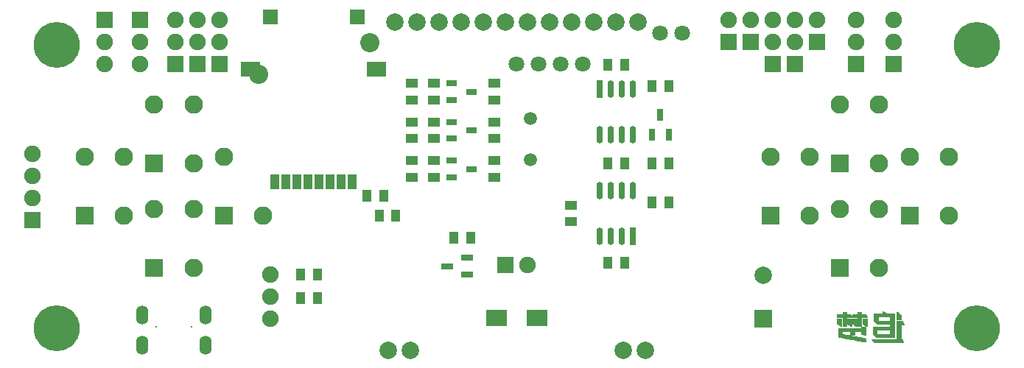
<source format=gbs>
G04*
G04 #@! TF.GenerationSoftware,Altium Limited,Altium Designer,21.9.1 (22)*
G04*
G04 Layer_Color=16711935*
%FSLAX25Y25*%
%MOIN*%
G70*
G04*
G04 #@! TF.SameCoordinates,41BA0B49-DCAA-4547-B712-30F71D3BADEB*
G04*
G04*
G04 #@! TF.FilePolarity,Negative*
G04*
G01*
G75*
%ADD18R,0.04300X0.05800*%
%ADD19C,0.08280*%
%ADD21C,0.07887*%
%ADD22R,0.07887X0.07887*%
%ADD23C,0.20800*%
%ADD24C,0.07493*%
%ADD25R,0.07493X0.07493*%
%ADD26C,0.05918*%
%ADD27R,0.08280X0.08280*%
%ADD28C,0.00800*%
%ADD29O,0.05524X0.08674*%
%ADD67C,0.00200*%
%ADD68R,0.02965X0.07887*%
%ADD69O,0.02965X0.07887*%
%ADD70R,0.02769X0.05524*%
%ADD71R,0.09461X0.07690*%
%ADD72R,0.04737X0.02572*%
%ADD73R,0.05800X0.04300*%
%ADD74R,0.08674X0.06706*%
%ADD75R,0.03950X0.06706*%
%ADD76C,0.08674*%
%ADD77R,0.07099X0.07099*%
%ADD78R,0.05524X0.02769*%
%ADD79C,0.07099*%
D18*
X92260Y18858D02*
D03*
X99740D02*
D03*
X258740Y114961D02*
D03*
X251259D02*
D03*
X231260Y34961D02*
D03*
X238740D02*
D03*
X92260Y29645D02*
D03*
X99740D02*
D03*
X258740Y79961D02*
D03*
X251259D02*
D03*
X238740Y124764D02*
D03*
X231260D02*
D03*
X258740Y62460D02*
D03*
X251260D02*
D03*
X129740Y65460D02*
D03*
X122260D02*
D03*
X127760Y56461D02*
D03*
X135240Y56461D02*
D03*
X231260Y79960D02*
D03*
X238740D02*
D03*
X161614Y46339D02*
D03*
X169094D02*
D03*
D19*
X12244Y56260D02*
D03*
Y83031D02*
D03*
X-5472D02*
D03*
X43740Y79882D02*
D03*
Y106654D02*
D03*
X26024D02*
D03*
X75236Y56260D02*
D03*
X57520Y83031D02*
D03*
X322480Y56260D02*
D03*
Y83031D02*
D03*
X304764D02*
D03*
X353976Y79882D02*
D03*
Y106654D02*
D03*
X336260D02*
D03*
X385472Y56260D02*
D03*
Y83031D02*
D03*
X367756D02*
D03*
X43740Y32638D02*
D03*
Y59409D02*
D03*
X26024D02*
D03*
X353976Y32638D02*
D03*
Y59409D02*
D03*
X336260D02*
D03*
D21*
X238337Y-4761D02*
D03*
X248337D02*
D03*
X141802D02*
D03*
X131802D02*
D03*
X134991Y143861D02*
D03*
X144991D02*
D03*
X154991D02*
D03*
X164991D02*
D03*
X174991D02*
D03*
X184991D02*
D03*
X194991D02*
D03*
X204991D02*
D03*
X214991D02*
D03*
X224991D02*
D03*
X234991D02*
D03*
X244991D02*
D03*
X301417Y29488D02*
D03*
D22*
Y9803D02*
D03*
D23*
X-18268Y133819D02*
D03*
X398268Y5472D02*
D03*
X-18268D02*
D03*
X398268Y133819D02*
D03*
D24*
X326000Y144961D02*
D03*
X316000Y144871D02*
D03*
Y134871D02*
D03*
X306000Y144871D02*
D03*
Y134871D02*
D03*
X296000Y144961D02*
D03*
X286000D02*
D03*
X360664Y144871D02*
D03*
Y134871D02*
D03*
X343532Y144871D02*
D03*
Y134871D02*
D03*
X55496Y144871D02*
D03*
Y134871D02*
D03*
X45496Y144871D02*
D03*
Y134871D02*
D03*
X35496Y144871D02*
D03*
Y134871D02*
D03*
X19528Y125000D02*
D03*
Y135000D02*
D03*
X3662Y124936D02*
D03*
Y134936D02*
D03*
X78583Y19646D02*
D03*
Y9646D02*
D03*
Y29646D02*
D03*
X195000Y33858D02*
D03*
X-29000Y84331D02*
D03*
Y74331D02*
D03*
Y64331D02*
D03*
D25*
X326000Y134961D02*
D03*
X316000Y124871D02*
D03*
X306000D02*
D03*
X296000Y134961D02*
D03*
X286000D02*
D03*
X360664Y124871D02*
D03*
X343532D02*
D03*
X55496D02*
D03*
X45496D02*
D03*
X35496D02*
D03*
X19528Y145000D02*
D03*
X3662Y144936D02*
D03*
X185000Y33858D02*
D03*
X-29000Y54331D02*
D03*
D26*
X196332Y100460D02*
D03*
Y81562D02*
D03*
D27*
X-5472Y56260D02*
D03*
X26024Y79882D02*
D03*
X57520Y56260D02*
D03*
X304764D02*
D03*
X336260Y79882D02*
D03*
X367756Y56260D02*
D03*
X26024Y32638D02*
D03*
X336260D02*
D03*
D28*
X42756Y6142D02*
D03*
X27008D02*
D03*
D29*
X20709Y-2402D02*
D03*
X49055D02*
D03*
Y11260D02*
D03*
X20709D02*
D03*
D67*
X352402Y7800D02*
X360802D01*
X351602Y-1000D02*
X364802D01*
X347202Y-800D02*
X348002D01*
X351402D02*
X364802D01*
X346002Y-600D02*
X348002D01*
X351402D02*
X364802D01*
X345002Y-400D02*
X348002D01*
X351202D02*
X364602D01*
X343802Y-200D02*
X348002D01*
X351002D02*
X364602D01*
X342802Y0D02*
X348002D01*
X351002D02*
X364402D01*
X341602Y200D02*
X348002D01*
X350802D02*
X364402D01*
X340602Y400D02*
X348002D01*
X350602D02*
X364202D01*
X339402Y600D02*
X348002D01*
X362002D02*
X364002D01*
X338402Y800D02*
X348002D01*
X362002D02*
X364002D01*
X337202Y1000D02*
X347202D01*
X362002D02*
X363802D01*
X336202Y1200D02*
X346002D01*
X362002D02*
X363802D01*
X335402Y1400D02*
X345002D01*
X352602D02*
X360802D01*
X362002D02*
X363802D01*
X335402Y1600D02*
X343802D01*
X352402D02*
X360802D01*
X362002D02*
X363802D01*
X335402Y1800D02*
X342802D01*
X352202D02*
X360802D01*
X362002D02*
X363802D01*
X335402Y2000D02*
X341602D01*
X352002D02*
X360802D01*
X362002D02*
X363802D01*
X335402Y2200D02*
X340402D01*
X341802D02*
X342802D01*
X347402D02*
X347802D01*
X351802D02*
X360802D01*
X362002D02*
X363802D01*
X335402Y2400D02*
X339402D01*
X340802D02*
X342802D01*
X346802D02*
X347802D01*
X351602D02*
X360802D01*
X362002D02*
X363802D01*
X335402Y2600D02*
X338202D01*
X340802D02*
X342802D01*
X346402D02*
X347802D01*
X351402D02*
X360802D01*
X362002D02*
X363802D01*
X335402Y2800D02*
X337202D01*
X340802D02*
X342802D01*
X345802D02*
X347802D01*
X351202D02*
X360802D01*
X362002D02*
X363802D01*
X335402Y3000D02*
X337202D01*
X340802D02*
X342802D01*
X345802D02*
X347802D01*
X351202D02*
X353002D01*
X359002D02*
X360802D01*
X362002D02*
X363802D01*
X335402Y3200D02*
X337202D01*
X340802D02*
X342802D01*
X345802D02*
X347802D01*
X351202D02*
X353002D01*
X359002D02*
X360802D01*
X362002D02*
X363802D01*
X335402Y3400D02*
X337202D01*
X340802D02*
X342802D01*
X345802D02*
X347802D01*
X351202D02*
X353002D01*
X359002D02*
X360802D01*
X362002D02*
X363802D01*
X335402Y3600D02*
X337202D01*
X340802D02*
X342802D01*
X345802D02*
X347802D01*
X351202D02*
X353002D01*
X359002D02*
X360802D01*
X362002D02*
X363802D01*
X335402Y3800D02*
X337202D01*
X345802D02*
X347802D01*
X351202D02*
X353002D01*
X359002D02*
X360802D01*
X362002D02*
X363802D01*
X335402Y4000D02*
X347802D01*
X351202D02*
X353002D01*
X359002D02*
X360802D01*
X362002D02*
X363802D01*
X335402Y4200D02*
X347802D01*
X351202D02*
X353002D01*
X359002D02*
X360802D01*
X362002D02*
X363802D01*
X335402Y4400D02*
X347802D01*
X351202D02*
X353002D01*
X359002D02*
X360802D01*
X362002D02*
X363802D01*
X335402Y4600D02*
X347802D01*
X351202D02*
X360802D01*
X362002D02*
X363802D01*
X335402Y4800D02*
X347802D01*
X351202D02*
X360802D01*
X362002D02*
X363802D01*
X335402Y5000D02*
X347802D01*
X351202D02*
X360802D01*
X362002D02*
X363802D01*
X335402Y5200D02*
X347802D01*
X351202D02*
X360802D01*
X362002D02*
X363802D01*
X335402Y5400D02*
X347802D01*
X351202D02*
X360802D01*
X362002D02*
X363802D01*
X345802Y5600D02*
X347802D01*
X351202D02*
X360802D01*
X362002D02*
X363802D01*
X345802Y5800D02*
X347802D01*
X351202D02*
X360802D01*
X362002D02*
X363802D01*
X345802Y6000D02*
X347802D01*
X351202D02*
X360802D01*
X362002D02*
X363802D01*
X336602Y6200D02*
X336802D01*
X341202D02*
X341402D01*
X343602D02*
X343802D01*
X348202D02*
X348402D01*
X359002D02*
X360802D01*
X362002D02*
X363802D01*
X336402Y6400D02*
X336802D01*
X337402D02*
X339202D01*
X341002D02*
X341402D01*
X343202D02*
X343802D01*
X344202D02*
X346002D01*
X347802D02*
X348402D01*
X359002D02*
X360802D01*
X362002D02*
X363802D01*
X336002Y6600D02*
X336802D01*
X337402D02*
X339202D01*
X340602D02*
X341402D01*
X343002D02*
X343802D01*
X344202D02*
X346002D01*
X347602D02*
X348402D01*
X359002D02*
X360802D01*
X362002D02*
X363802D01*
X335802Y6800D02*
X336802D01*
X337402D02*
X339202D01*
X340402D02*
X341402D01*
X342602D02*
X343802D01*
X344202D02*
X346002D01*
X347202D02*
X348402D01*
X359002D02*
X360802D01*
X362002D02*
X363802D01*
X335402Y7000D02*
X336802D01*
X337402D02*
X339202D01*
X340002D02*
X341402D01*
X342402D02*
X343802D01*
X344202D02*
X346002D01*
X347002D02*
X348402D01*
X359002D02*
X360802D01*
X362002D02*
X365202D01*
X335202Y7200D02*
X336802D01*
X337402D02*
X339202D01*
X339802D02*
X341402D01*
X342002D02*
X343802D01*
X344202D02*
X346002D01*
X346602D02*
X348402D01*
X359002D02*
X360802D01*
X362002D02*
X365202D01*
X335002Y7400D02*
X336802D01*
X337402D02*
X339202D01*
X339602D02*
X341402D01*
X342002D02*
X343802D01*
X344202D02*
X346002D01*
X346602D02*
X348402D01*
X352802D02*
X360802D01*
X362002D02*
X365202D01*
X335002Y7600D02*
X336802D01*
X337402D02*
X339202D01*
X339602D02*
X341402D01*
X342002D02*
X343802D01*
X344202D02*
X346002D01*
X346602D02*
X348402D01*
X352602D02*
X360802D01*
X362002D02*
X365002D01*
X335002Y7800D02*
X336802D01*
X337402D02*
X339202D01*
X339602D02*
X341402D01*
X342002D02*
X343802D01*
X344202D02*
X346002D01*
X346602D02*
X348402D01*
X362002D02*
X364802D01*
X335002Y8000D02*
X336802D01*
X337402D02*
X339202D01*
X339602D02*
X341402D01*
X342002D02*
X343802D01*
X344202D02*
X346002D01*
X346602D02*
X348402D01*
X352202D02*
X360802D01*
X362002D02*
X364802D01*
X335002Y8200D02*
X336802D01*
X337402D02*
X339202D01*
X339602D02*
X341402D01*
X342002D02*
X343802D01*
X344202D02*
X346002D01*
X346602D02*
X348402D01*
X352002D02*
X360802D01*
X362002D02*
X364602D01*
X335002Y8400D02*
X336802D01*
X337402D02*
X339202D01*
X339602D02*
X341402D01*
X342002D02*
X343802D01*
X344202D02*
X346002D01*
X346602D02*
X348402D01*
X351802D02*
X360802D01*
X362002D02*
X364602D01*
X335002Y8600D02*
X336802D01*
X337402D02*
X339202D01*
X339602D02*
X341402D01*
X342002D02*
X343802D01*
X344202D02*
X346002D01*
X346602D02*
X348402D01*
X351602D02*
X360802D01*
X362002D02*
X364402D01*
X335002Y8800D02*
X336802D01*
X337402D02*
X339202D01*
X339602D02*
X341402D01*
X342002D02*
X343802D01*
X344202D02*
X346002D01*
X346602D02*
X348402D01*
X351602D02*
X360802D01*
X335002Y9000D02*
X336802D01*
X337402D02*
X339202D01*
X339602D02*
X341402D01*
X342002D02*
X343802D01*
X344202D02*
X346002D01*
X346602D02*
X348402D01*
X351602D02*
X353402D01*
X359002D02*
X360802D01*
X335002Y9200D02*
X336802D01*
X337402D02*
X339202D01*
X339602D02*
X341402D01*
X342002D02*
X343802D01*
X344202D02*
X346002D01*
X346602D02*
X348402D01*
X351602D02*
X353402D01*
X359002D02*
X360802D01*
X335002Y9400D02*
X336802D01*
X337402D02*
X339202D01*
X339602D02*
X341402D01*
X342002D02*
X343802D01*
X344202D02*
X346002D01*
X346602D02*
X348402D01*
X351602D02*
X353402D01*
X359002D02*
X360802D01*
X362002D02*
X363802D01*
X335002Y9600D02*
X336802D01*
X337402D02*
X339202D01*
X339602D02*
X341402D01*
X342002D02*
X343802D01*
X344202D02*
X346002D01*
X346602D02*
X348402D01*
X351602D02*
X353402D01*
X359002D02*
X360802D01*
X362002D02*
X363802D01*
X335002Y9800D02*
X336802D01*
X337402D02*
X339202D01*
X339602D02*
X341402D01*
X342002D02*
X343802D01*
X344202D02*
X346002D01*
X346602D02*
X348402D01*
X351602D02*
X353402D01*
X359002D02*
X360802D01*
X362002D02*
X363802D01*
X337402Y10000D02*
X339202D01*
X344202D02*
X346002D01*
X351602D02*
X353402D01*
X359002D02*
X360802D01*
X362002D02*
X363802D01*
X337402Y10200D02*
X339202D01*
X344202D02*
X346002D01*
X351602D02*
X353402D01*
X359002D02*
X360802D01*
X362002D02*
X363802D01*
X335002Y10400D02*
X341802D01*
X342002D02*
X348602D01*
X351602D02*
X353402D01*
X359002D02*
X360802D01*
X362002D02*
X363802D01*
X335002Y10600D02*
X341602D01*
X342002D02*
X348602D01*
X351602D02*
X360802D01*
X362002D02*
X363802D01*
X335002Y10800D02*
X341402D01*
X342002D02*
X348402D01*
X351602D02*
X360802D01*
X362002D02*
X363802D01*
X335002Y11000D02*
X341402D01*
X342002D02*
X348202D01*
X351602D02*
X360802D01*
X362002D02*
X363802D01*
X335002Y11200D02*
X341202D01*
X342002D02*
X348202D01*
X351602D02*
X360802D01*
X362002D02*
X363802D01*
X335002Y11400D02*
X341202D01*
X342002D02*
X348002D01*
X351602D02*
X360802D01*
X362002D02*
X363802D01*
X335002Y11600D02*
X341002D01*
X342002D02*
X348002D01*
X351602D02*
X360802D01*
X362002D02*
X363402D01*
X335002Y11800D02*
X340802D01*
X342002D02*
X347802D01*
X351602D02*
X360802D01*
X362002D02*
X363202D01*
X337402Y12000D02*
X339202D01*
X344202D02*
X346002D01*
X351602D02*
X360802D01*
X362002D02*
X363002D01*
X337402Y12200D02*
X339202D01*
X344202D02*
X346002D01*
X355602D02*
X357202D01*
X362002D02*
X362802D01*
X337402Y12400D02*
X339202D01*
X344202D02*
X346002D01*
X355602D02*
X357002D01*
X362002D02*
X362602D01*
X337402Y12600D02*
X339202D01*
X344202D02*
X346002D01*
X355602D02*
X356602D01*
X362002D02*
X362402D01*
X355602Y12800D02*
X356202D01*
X362002D02*
X362202D01*
X355602Y13000D02*
X355802D01*
D68*
X227500Y113795D02*
D03*
X242500Y47126D02*
D03*
D69*
X232500Y113795D02*
D03*
X237500D02*
D03*
X242500D02*
D03*
X227500Y93126D02*
D03*
X232500D02*
D03*
X237500D02*
D03*
X242500D02*
D03*
X227500Y67795D02*
D03*
X232500D02*
D03*
X237500D02*
D03*
X242500D02*
D03*
X227500Y47126D02*
D03*
X232500D02*
D03*
X237500D02*
D03*
D70*
X255000Y101961D02*
D03*
X251260Y92961D02*
D03*
X258740D02*
D03*
D71*
X180945Y9858D02*
D03*
X199055D02*
D03*
D72*
X169429Y77461D02*
D03*
X160500Y81201D02*
D03*
Y73720D02*
D03*
X169429Y112461D02*
D03*
X160500Y116201D02*
D03*
Y108721D02*
D03*
Y91220D02*
D03*
Y98701D02*
D03*
X169429Y94961D02*
D03*
D73*
X142500Y81200D02*
D03*
Y73720D02*
D03*
X180000Y81200D02*
D03*
Y73720D02*
D03*
X180000Y91220D02*
D03*
Y98700D02*
D03*
X179999Y116200D02*
D03*
Y108720D02*
D03*
X152500D02*
D03*
Y116201D02*
D03*
X152499Y98701D02*
D03*
Y91220D02*
D03*
X142499Y98701D02*
D03*
Y91220D02*
D03*
X214500Y61098D02*
D03*
Y53618D02*
D03*
X142499Y108720D02*
D03*
Y116200D02*
D03*
X152499Y73720D02*
D03*
Y81200D02*
D03*
D74*
X126543Y122669D02*
D03*
X69457D02*
D03*
D75*
X115532Y71511D02*
D03*
X110532D02*
D03*
X105532D02*
D03*
X100532D02*
D03*
X90532D02*
D03*
X85532D02*
D03*
X80532D02*
D03*
X95532D02*
D03*
D76*
X73165Y120439D02*
D03*
X123402Y134533D02*
D03*
D77*
X78446Y146410D02*
D03*
X117746D02*
D03*
D78*
X158500Y33461D02*
D03*
X167500Y29720D02*
D03*
Y37201D02*
D03*
D79*
X265000Y138858D02*
D03*
X255000D02*
D03*
X210000Y125000D02*
D03*
X200000D02*
D03*
X220000D02*
D03*
X190000D02*
D03*
M02*

</source>
